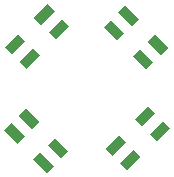
<source format=gbr>
%TF.GenerationSoftware,KiCad,Pcbnew,(5.99.0-2195-g476558ece)*%
%TF.CreationDate,2020-08-10T22:43:53-04:00*%
%TF.ProjectId,LED-daughterboard,4c45442d-6461-4756-9768-746572626f61,rev?*%
%TF.SameCoordinates,Original*%
%TF.FileFunction,Paste,Top*%
%TF.FilePolarity,Positive*%
%FSLAX46Y46*%
G04 Gerber Fmt 4.6, Leading zero omitted, Abs format (unit mm)*
G04 Created by KiCad (PCBNEW (5.99.0-2195-g476558ece)) date 2020-08-10 22:43:53*
%MOMM*%
%LPD*%
G01*
G04 APERTURE LIST*
G04 APERTURE END LIST*
%TO.C,D4*%
G36*
X9721320Y7284924D02*
G01*
X10322361Y6683883D01*
X9190990Y5552512D01*
X8589949Y6153553D01*
X9721320Y7284924D01*
G37*
G36*
X8483883Y8522361D02*
G01*
X9084924Y7921320D01*
X7953553Y6789949D01*
X7352512Y7390990D01*
X8483883Y8522361D01*
G37*
G36*
X7246447Y4810051D02*
G01*
X7847488Y4209010D01*
X6716117Y3077639D01*
X6115076Y3678680D01*
X7246447Y4810051D01*
G37*
G36*
X6009010Y6047488D02*
G01*
X6610051Y5446447D01*
X5478680Y4315076D01*
X4877639Y4916117D01*
X6009010Y6047488D01*
G37*
%TD*%
%TO.C,D3*%
G36*
X484924Y3478680D02*
G01*
X-116117Y2877639D01*
X-1247488Y4009010D01*
X-646447Y4610051D01*
X484924Y3478680D01*
G37*
G36*
X1722361Y4716117D02*
G01*
X1121320Y4115076D01*
X-10051Y5246447D01*
X590990Y5847488D01*
X1722361Y4716117D01*
G37*
G36*
X-1989949Y5953553D02*
G01*
X-2590990Y5352512D01*
X-3722361Y6483883D01*
X-3121320Y7084924D01*
X-1989949Y5953553D01*
G37*
G36*
X-752512Y7190990D02*
G01*
X-1353553Y6589949D01*
X-2484924Y7721320D01*
X-1883883Y8322361D01*
X-752512Y7190990D01*
G37*
%TD*%
%TO.C,D2*%
G36*
X-3065165Y12933794D02*
G01*
X-3666206Y13534835D01*
X-2534835Y14666206D01*
X-1933794Y14065165D01*
X-3065165Y12933794D01*
G37*
G36*
X-1827728Y11696357D02*
G01*
X-2428769Y12297398D01*
X-1297398Y13428769D01*
X-696357Y12827728D01*
X-1827728Y11696357D01*
G37*
G36*
X-590292Y15408667D02*
G01*
X-1191333Y16009708D01*
X-59962Y17141079D01*
X541079Y16540038D01*
X-590292Y15408667D01*
G37*
G36*
X647145Y14171230D02*
G01*
X46104Y14772271D01*
X1177475Y15903642D01*
X1778516Y15302601D01*
X647145Y14171230D01*
G37*
%TD*%
%TO.C,D1*%
G36*
X5933794Y16465165D02*
G01*
X6534835Y17066206D01*
X7666206Y15934835D01*
X7065165Y15333794D01*
X5933794Y16465165D01*
G37*
G36*
X4696357Y15227728D02*
G01*
X5297398Y15828769D01*
X6428769Y14697398D01*
X5827728Y14096357D01*
X4696357Y15227728D01*
G37*
G36*
X8408667Y13990292D02*
G01*
X9009708Y14591333D01*
X10141079Y13459962D01*
X9540038Y12858921D01*
X8408667Y13990292D01*
G37*
G36*
X7171230Y12752855D02*
G01*
X7772271Y13353896D01*
X8903642Y12222525D01*
X8302601Y11621484D01*
X7171230Y12752855D01*
G37*
%TD*%
M02*

</source>
